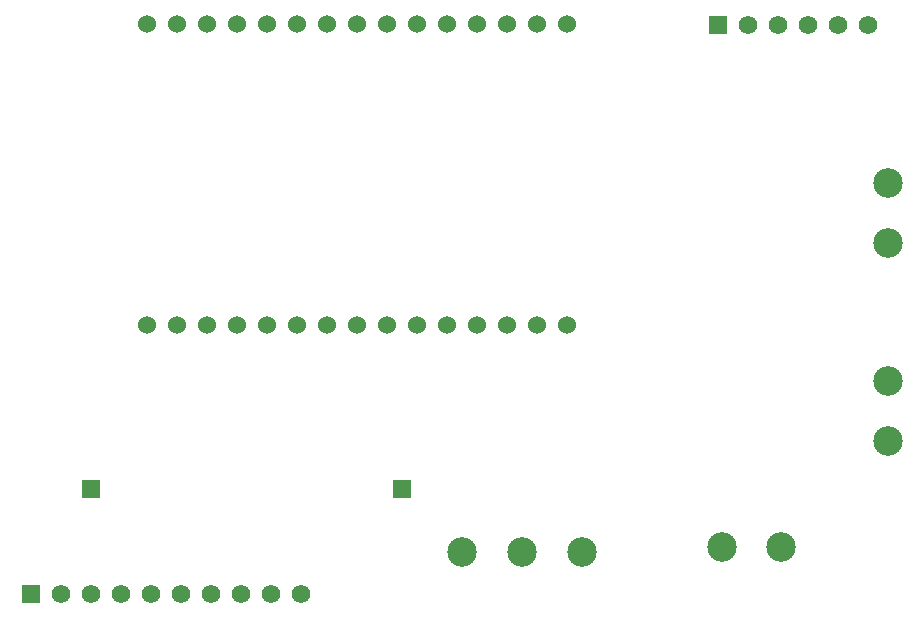
<source format=gtl>
G04 Layer: TopLayer*
G04 EasyEDA v6.5.51, 2025-10-20 22:37:19*
G04 c1d3492fca7d471c8217cd0e5b442f4a,12abd119770744df9ef097ef44d34389,10*
G04 Gerber Generator version 0.2*
G04 Scale: 100 percent, Rotated: No, Reflected: No *
G04 Dimensions in millimeters *
G04 leading zeros omitted , absolute positions ,4 integer and 5 decimal *
%FSLAX45Y45*%
%MOMM*%

%ADD10C,2.5000*%
%ADD11R,1.5748X1.5748*%
%ADD12C,1.5748*%
%ADD13C,1.5240*%
%ADD14C,0.0112*%

%LPD*%
D10*
G01*
X5753125Y1016000D03*
G01*
X4737125Y1016000D03*
G01*
X5245125Y1016000D03*
G01*
X6937781Y1054100D03*
G01*
X7438669Y1054100D03*
D11*
G01*
X1600225Y1549400D03*
G01*
X4229125Y1549400D03*
D10*
G01*
X8343925Y3635755D03*
G01*
X8343925Y4136644D03*
G01*
X8343900Y1959355D03*
G01*
X8343900Y2460244D03*
D12*
G01*
X3378225Y660400D03*
G01*
X3124225Y660400D03*
G01*
X2870225Y660400D03*
G01*
X2616225Y660400D03*
G01*
X2362225Y660400D03*
G01*
X2108225Y660400D03*
G01*
X1854225Y660400D03*
G01*
X1600225Y660400D03*
G01*
X1346225Y660400D03*
D11*
G01*
X1092225Y660400D03*
D12*
G01*
X8178825Y5473700D03*
G01*
X7924825Y5473700D03*
G01*
X7670825Y5473700D03*
G01*
X7416825Y5473700D03*
G01*
X7162825Y5473700D03*
D11*
G01*
X6908825Y5473700D03*
D13*
G01*
X5626125Y5486400D03*
G01*
X5372125Y5486400D03*
G01*
X5118125Y5486400D03*
G01*
X4864125Y5486400D03*
G01*
X4610125Y5486400D03*
G01*
X4356125Y5486400D03*
G01*
X4102125Y5486400D03*
G01*
X3848125Y5486400D03*
G01*
X3594125Y5486400D03*
G01*
X3340125Y5486400D03*
G01*
X3086125Y5486400D03*
G01*
X2832125Y5486400D03*
G01*
X2578125Y5486400D03*
G01*
X2324125Y5486400D03*
G01*
X2070125Y5486400D03*
G01*
X2070125Y2936392D03*
G01*
X2324125Y2936392D03*
G01*
X2578125Y2936392D03*
G01*
X2832125Y2936392D03*
G01*
X3086125Y2936392D03*
G01*
X3340125Y2936392D03*
G01*
X3594125Y2936392D03*
G01*
X3848125Y2936392D03*
G01*
X4102125Y2936392D03*
G01*
X4356125Y2936392D03*
G01*
X4610125Y2936392D03*
G01*
X4864125Y2936392D03*
G01*
X5118125Y2936392D03*
G01*
X5626125Y2936392D03*
G01*
X5372125Y2936392D03*
M02*

</source>
